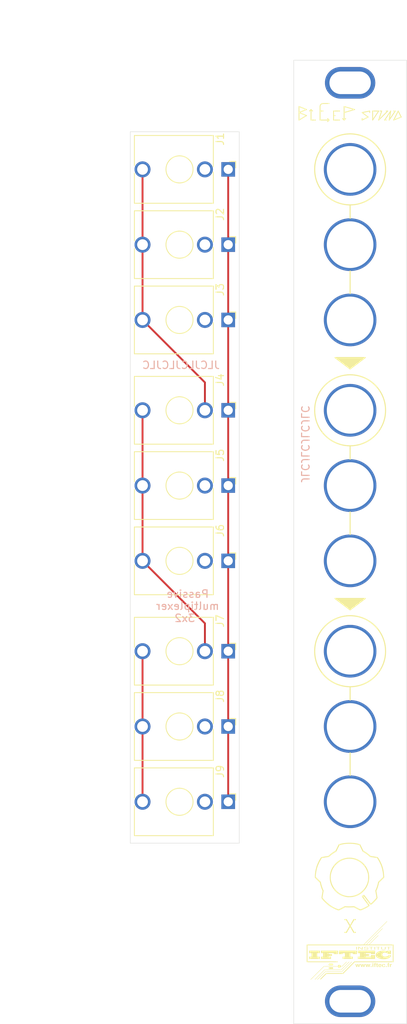
<source format=kicad_pcb>
(kicad_pcb (version 20211014) (generator pcbnew)
  (layers (0 "F.Cu" signal) (31 "B.Cu" signal) (34 "B.Paste" user) (35 "F.Paste" user) (36 "B.SilkS" user "B.Silkscreen") (37 "F.SilkS" user "F.Silkscreen") (38 "B.Mask" user) (39 "F.Mask" user) (44 "Edge.Cuts" user))
  (net 0 "")
  (net 2 "GND")
  (net 3 "Net-(J4-PadTN)")
  (net 6 "Net-(J4-PadT)")
  (net 9 "Net-(J7-PadT)")
  (footprint "Connector_Audio:Jack_3.5mm_QingPu_WQP-PJ398SM_Vertical_CircularHoles" (layer "F.Cu") (at 65.78 94 -90)
    (fp_text reference "J6" (at -4.03 1.08 90) (layer "F.SilkS"))
    (fp_text value "Out2")
    (pad "S" thru_hole rect locked (at 0 0 90) (size 1.93 1.83) (drill 1.22) (layers *.Cu *.Mask) (net 2 "GND"))
    (pad "T" thru_hole circle locked (at 0 11.4 90) (size 2.13 2.13) (drill 1.43) (layers *.Cu *.Mask) (net 6 "Net-(J4-PadT)"))
    (pad "TN" thru_hole circle locked (at 0 3.1 90) (size 2.13 2.13) (drill 1.42) (layers *.Cu *.Mask))
  )
  (footprint "Connector_Audio:Jack_3.5mm_QingPu_WQP-PJ398SM_Vertical_CircularHoles" (layer "F.Cu") (at 65.78 74 -90)
    (fp_text reference "J4" (at -4.03 1.08 90) (layer "F.SilkS"))
    (fp_text value "In2")
    (pad "S" thru_hole rect locked (at 0 0 90) (size 1.93 1.83) (drill 1.22) (layers *.Cu *.Mask) (net 2 "GND"))
    (pad "T" thru_hole circle locked (at 0 11.4 90) (size 2.13 2.13) (drill 1.43) (layers *.Cu *.Mask) (net 6 "Net-(J4-PadT)"))
    (pad "TN" thru_hole circle locked (at 0 3.1 90) (size 2.13 2.13) (drill 1.42) (layers *.Cu *.Mask) (net 3 "Net-(J4-PadTN)"))
  )
  (footprint "Connector_Audio:Jack_3.5mm_QingPu_WQP-PJ398SM_Vertical_CircularHoles" (layer "F.Cu") (at 65.78 126 -90)
    (fp_text reference "J9" (at -4.03 1.08 90) (layer "F.SilkS"))
    (fp_text value "Out3")
    (pad "S" thru_hole rect locked (at 0 0 90) (size 1.93 1.83) (drill 1.22) (layers *.Cu *.Mask) (net 2 "GND"))
    (pad "T" thru_hole circle locked (at 0 11.4 90) (size 2.13 2.13) (drill 1.43) (layers *.Cu *.Mask) (net 9 "Net-(J7-PadT)"))
    (pad "TN" thru_hole circle locked (at 0 3.1 90) (size 2.13 2.13) (drill 1.42) (layers *.Cu *.Mask))
  )
  (footprint "Connector_Audio:Jack_3.5mm_QingPu_WQP-PJ398SM_Vertical_CircularHoles" (layer "F.Cu") (at 65.78 84 -90)
    (fp_text reference "J5" (at -4.03 1.08 90) (layer "F.SilkS"))
    (fp_text value "Out2")
    (pad "S" thru_hole rect locked (at 0 0 90) (size 1.93 1.83) (drill 1.22) (layers *.Cu *.Mask) (net 2 "GND"))
    (pad "T" thru_hole circle locked (at 0 11.4 90) (size 2.13 2.13) (drill 1.43) (layers *.Cu *.Mask) (net 6 "Net-(J4-PadT)"))
    (pad "TN" thru_hole circle locked (at 0 3.1 90) (size 2.13 2.13) (drill 1.42) (layers *.Cu *.Mask))
  )
  (footprint "LOGO" (layer "F.Cu") (at 82 136)
    (fp_text reference "G***" hide)
    (fp_text value "LOGO" hide)
  )
  (footprint "Connector_Audio:Jack_3.5mm_QingPu_WQP-PJ398SM_Vertical_CircularHoles" (layer "F.Cu") (at 65.78 106 -90)
    (fp_text reference "J7" (at -4.03 1.08 90) (layer "F.SilkS"))
    (fp_text value "In3")
    (pad "S" thru_hole rect locked (at 0 0 90) (size 1.93 1.83) (drill 1.22) (layers *.Cu *.Mask) (net 2 "GND"))
    (pad "T" thru_hole circle locked (at 0 11.4 90) (size 2.13 2.13) (drill 1.43) (layers *.Cu *.Mask) (net 9 "Net-(J7-PadT)"))
    (pad "TN" thru_hole circle locked (at 0 3.1 90) (size 2.13 2.13) (drill 1.42) (layers *.Cu *.Mask) (net 6 "Net-(J4-PadT)"))
  )
  (footprint "Connector_Audio:Jack_3.5mm_QingPu_WQP-PJ398SM_Vertical_CircularHoles" (layer "F.Cu") (at 65.78 62 -90)
    (fp_text reference "J3" (at -4.03 1.08 90) (layer "F.SilkS"))
    (fp_text value "Out1")
    (pad "S" thru_hole rect locked (at 0 0 90) (size 1.93 1.83) (drill 1.22) (layers *.Cu *.Mask) (net 2 "GND"))
    (pad "T" thru_hole circle locked (at 0 11.4 90) (size 2.13 2.13) (drill 1.43) (layers *.Cu *.Mask) (net 3 "Net-(J4-PadTN)"))
    (pad "TN" thru_hole circle locked (at 0 3.1 90) (size 2.13 2.13) (drill 1.42) (layers *.Cu *.Mask))
  )
  (footprint "Synth:Doepfer Mounting hole" (layer "F.Cu") (at 82 30.5)
    (fp_text reference "H2" hide)
    (fp_text value "MountingHole")
    (pad "1" thru_hole oval locked (at 0 0) (size 6.7 4.2) (drill oval 5.5 3) (layers *.Cu *.Mask))
  )
  (footprint "LOGO" (layer "F.Cu") (at 82 145.75)
    (fp_text reference "G***" hide)
    (fp_text value "LOGO" hide)
  )
  (footprint "Connector_Audio:Jack_3.5mm_QingPu_WQP-PJ398SM_Vertical_CircularHoles" (layer "F.Cu") (at 65.78 42 -90)
    (fp_text reference "J1" (at -4.03 1.08 90) (layer "F.SilkS"))
    (fp_text value "In1")
    (pad "S" thru_hole rect locked (at 0 0 90) (size 1.93 1.83) (drill 1.22) (layers *.Cu *.Mask) (net 2 "GND"))
    (pad "T" thru_hole circle locked (at 0 11.4 90) (size 2.13 2.13) (drill 1.43) (layers *.Cu *.Mask) (net 3 "Net-(J4-PadTN)"))
    (pad "TN" thru_hole circle locked (at 0 3.1 90) (size 2.13 2.13) (drill 1.42) (layers *.Cu *.Mask))
  )
  (footprint "Connector_Audio:Jack_3.5mm_QingPu_WQP-PJ398SM_Vertical_CircularHoles" (layer "F.Cu") (at 65.78 116 -90)
    (fp_text reference "J8" (at -4.03 1.08 90) (layer "F.SilkS"))
    (fp_text value "Out3")
    (pad "S" thru_hole rect locked (at 0 0 90) (size 1.93 1.83) (drill 1.22) (layers *.Cu *.Mask) (net 2 "GND"))
    (pad "T" thru_hole circle locked (at 0 11.4 90) (size 2.13 2.13) (drill 1.43) (layers *.Cu *.Mask) (net 9 "Net-(J7-PadT)"))
    (pad "TN" thru_hole circle locked (at 0 3.1 90) (size 2.13 2.13) (drill 1.42) (layers *.Cu *.Mask))
  )
  (footprint "Connector_Audio:Jack_3.5mm_QingPu_WQP-PJ398SM_Vertical_CircularHoles" (layer "F.Cu") (at 65.78 52 -90)
    (fp_text reference "J2" (at -4.03 1.08 90) (layer "F.SilkS"))
    (fp_text value "Out1")
    (pad "S" thru_hole rect locked (at 0 0 90) (size 1.93 1.83) (drill 1.22) (layers *.Cu *.Mask) (net 2 "GND"))
    (pad "T" thru_hole circle locked (at 0 11.4 90) (size 2.13 2.13) (drill 1.43) (layers *.Cu *.Mask) (net 3 "Net-(J4-PadTN)"))
    (pad "TN" thru_hole circle locked (at 0 3.1 90) (size 2.13 2.13) (drill 1.42) (layers *.Cu *.Mask))
  )
  (footprint "Synth:Doepfer Mounting hole" (layer "F.Cu") (at 82 152.5)
    (fp_text reference "H1" hide)
    (fp_text value "MountingHole")
    (pad "1" thru_hole oval locked (at 0 0) (size 6.7 4.2) (drill oval 5.5 3) (layers *.Cu *.Mask))
  )
  (gr_circle (center 82 74) (end 84.5 78) (layer "F.SilkS") (width 0.15) (fill none))
  (gr_line (start 76.8 34.05) (end 76.8 35.45) (layer "F.SilkS") (width 0.12))
  (gr_line (start 76.8 34.05) (end 76.6 34.25) (layer "F.SilkS") (width 0.12))
  (gr_line (start 76.8 34.05) (end 77 34.25) (layer "F.SilkS") (width 0.12))
  (gr_line (start 75.2 35.45) (end 76.2 34.85) (layer "F.SilkS") (width 0.12))
  (gr_line (start 82 119.5) (end 82 122.5) (layer "F.SilkS") (width 0.15))
  (gr_line (start 79.2 35.45) (end 79 35.65) (layer "F.SilkS") (width 0.12))
  (gr_poly (pts (xy 82 68.5) (xy 80 67) (xy 84 67)) (layer "F.SilkS") (width 0.15) (fill solid))
  (gr_line (start 79.8 34.25) (end 79.8 35.45) (layer "F.SilkS") (width 0.12))
  (gr_line (start 86.2 34.25) (end 86 34.25) (layer "F.SilkS") (width 0.12))
  (gr_line (start 79.8 34.85) (end 80 34.85) (layer "F.SilkS") (width 0.12))
  (gr_line (start 87.4 34.25) (end 87.2 35.45) (layer "F.SilkS") (width 0.12))
  (gr_line (start 79.8 34.25) (end 80.6 34.25) (layer "F.SilkS") (width 0.12))
  (gr_line (start 81.5 143.35) (end 81.3 143.35) (layer "F.SilkS") (width 0.15))
  (gr_line (start 88.4 34.25) (end 88.8 35.05) (layer "F.SilkS") (width 0.12))
  (gr_line (start 81.2 33.65) (end 82.6 34.05) (layer "F.SilkS") (width 0.12))
  (gr_poly (pts (xy 82 100.5) (xy 80 99) (xy 84 99)) (layer "F.SilkS") (width 0.15) (fill solid))
  (gr_line (start 87.4 34.25) (end 86.6 35.45) (layer "F.SilkS") (width 0.12))
  (gr_line (start 82 87.5) (end 82 90.5) (layer "F.SilkS") (width 0.15))
  (gr_circle (center 82 106) (end 84.5 110) (layer "F.SilkS") (width 0.15) (fill none))
  (gr_line (start 82.7 143.35) (end 82.5 143.35) (layer "F.SilkS") (width 0.15))
  (gr_line (start 79.2 35.45) (end 79 35.25) (layer "F.SilkS") (width 0.12))
  (gr_line (start 88 34.25) (end 87.8 34.25) (layer "F.SilkS") (width 0.12))
  (gr_line (start 84.6 34.25) (end 83.6 34.45) (layer "F.SilkS") (width 0.12))
  (gr_arc (start 78 33.65) (mid 78.117157 33.367157) (end 78.4 33.25) (layer "F.SilkS") (width 0.12))
  (gr_line (start 82.6 34.05) (end 81.2 34.45) (layer "F.SilkS") (width 0.12))
  (gr_line (start 84.6 34.25) (end 84.6 34.45) (layer "F.SilkS") (width 0.12))
  (gr_line (start 81.2 35.45) (end 81.4 35.25) (layer "F.SilkS") (width 0.12))
  (gr_line (start 78 35.45) (end 79.2 35.45) (layer "F.SilkS") (width 0.12))
  (gr_line (start 82 78.71699) (end 82 80.5) (layer "F.SilkS") (width 0.15))
  (gr_line (start 88.4 34.25) (end 87.8 35.45) (layer "F.SilkS") (width 0.12))
  (gr_line (start 81.2 33.65) (end 81.2 35.45) (layer "F.SilkS") (width 0.12))
  (gr_line (start 84.4 35.05) (end 83.6 35.45) (layer "F.SilkS") (width 0.12))
  (gr_line (start 78 34.25) (end 78.4 34.25) (layer "F.SilkS") (width 0.12))
  (gr_line (start 85.8 34.25) (end 85 34.25) (layer "F.SilkS") (width 0.12))
  (gr_line (start 87.8 35.45) (end 88.8 35.05) (layer "F.SilkS") (width 0.12))
  (gr_line (start 81 35.25) (end 81.2 35.45) (layer "F.SilkS") (width 0.12))
  (gr_line (start 85 34.25) (end 85 35.45) (layer "F.SilkS") (width 0.12))
  (gr_line (start 82 55.5) (end 82 58.5) (layer "F.SilkS") (width 0.15))
  (gr_circle (center 82 42) (end 84.5 46) (layer "F.SilkS") (width 0.15) (fill none))
  (gr_line (start 87 34.25) (end 86.8 34.25) (layer "F.SilkS") (width 0.12))
  (gr_line (start 78 33.65) (end 78 35.45) (layer "F.SilkS") (width 0.12))
  (gr_line (start 82 110.71699) (end 82 112.5) (layer "F.SilkS") (width 0.15))
  (gr_line (start 75.2 34.45) (end 76.2 34.05) (layer "F.SilkS") (width 0.12))
  (gr_line (start 83.6 35.45) (end 83.6 35.25) (layer "F.SilkS") (width 0.12))
  (gr_line (start 85 35.45) (end 85.8 34.25) (layer "F.SilkS") (width 0.12))
  (gr_line (start 81.5 143.35) (end 82.5 141.65) (layer "F.SilkS") (width 0.15))
  (gr_line (start 85.8 35.45) (end 87 34.25) (layer "F.SilkS") (width 0.12))
  (gr_line (start 75.2 33.65) (end 75.2 35.45) (layer "F.SilkS") (width 0.12))
  (gr_line (start 76.8 35.45) (end 77.4 35.45) (layer "F.SilkS") (width 0.12))
  (gr_line (start 82.7 141.65) (end 82.5 141.65) (layer "F.SilkS") (width 0.15))
  (gr_line (start 86.6 35.45) (end 86.8 35.45) (layer "F.SilkS") (width 0.12))
  (gr_line (start 79.8 35.45) (end 80.6 35.45) (layer "F.SilkS") (width 0.12))
  (gr_line (start 81.5 141.65) (end 81.3 141.65) (layer "F.SilkS") (width 0.15))
  (gr_line (start 83.6 34.45) (end 84.4 35.05) (layer "F.SilkS") (width 0.12))
  (gr_line (start 86.2 34.25) (end 85.8 35.45) (layer "F.SilkS") (width 0.12))
  (gr_line (start 87.2 35.45) (end 88 34.25) (layer "F.SilkS") (width 0.12))
  (gr_line (start 82 46.71699) (end 82 48.5) (layer "F.SilkS") (width 0.15))
  (gr_line (start 81.2 35.45) (end 81.2 35.25) (layer "F.SilkS") (width 0.12))
  (gr_line (start 81.5 141.65) (end 82.5 143.35) (layer "F.SilkS") (width 0.15))
  (gr_line (start 78.4 33.25) (end 79.2 33.25) (layer "F.SilkS") (width 0.12))
  (gr_line (start 76.2 34.05) (end 75.2 33.65) (layer "F.SilkS") (width 0.12))
  (gr_line (start 76.2 34.85) (end 75.2 34.45) (layer "F.SilkS") (width 0.12))
  (gr_line (start 52.75 37) (end 67.25 37) (layer "Edge.Cuts") (width 0.05))
  (gr_line (start 89.5 155.5) (end 74.5 155.5) (layer "Edge.Cuts") (width 0.05))
  (gr_line (start 67.25 37) (end 67.25 131.5) (layer "Edge.Cuts") (width 0.05))
  (gr_line (start 74.5 27.5) (end 74.5 155.5) (layer "Edge.Cuts") (width 0.05))
  (gr_line (start 89.5 27.5) (end 89.5 155.5) (layer "Edge.Cuts") (width 0.05))
  (gr_line (start 74.5 27.5) (end 89.5 27.5) (layer "Edge.Cuts") (width 0.05))
  (gr_line (start 52.75 131.5) (end 67.25 131.5) (layer "Edge.Cuts") (width 0.05))
  (gr_line (start 52.75 37) (end 52.75 131.5) (layer "Edge.Cuts") (width 0.05))
  (gr_text "JLCJLCJLCJLC\n" (at 59.5 68) (layer "B.SilkS") (effects (font (size 1 1)) (justify mirror)))
  (gr_text "Passive \nmultiplexer \n3x2" (at 60 100) (layer "B.SilkS") (effects (font (size 1 1)) (justify mirror)))
  (gr_text "JLCJLCJLCJLC\n" (at 76 78.5 -90) (layer "B.SilkS") (effects (font (size 1 1)) (justify mirror)))
  (via (at 82 62) (size 7) (drill 6.2) (layers "F.Cu" "B.Cu") (net 0))
  (via (at 82 94) (size 7) (drill 6.2) (layers "F.Cu" "B.Cu") (net 0))
  (via (at 82 116) (size 7) (drill 6.2) (layers "F.Cu" "B.Cu") (net 0))
  (via (at 82 74) (size 7) (drill 6.2) (layers "F.Cu" "B.Cu") (net 0))
  (via (at 82 106) (size 7) (drill 6.2) (layers "F.Cu" "B.Cu") (net 0))
  (via (at 82 52) (size 7) (drill 6.2) (layers "F.Cu" "B.Cu") (net 0))
  (via (at 82 84) (size 7) (drill 6.2) (layers "F.Cu" "B.Cu") (net 0))
  (via (at 82 42) (size 7) (drill 6.2) (layers "F.Cu" "B.Cu") (net 0))
  (via (at 82 126) (size 7) (drill 6.2) (layers "F.Cu" "B.Cu") (net 0))
  (segment (start 65.78 42) (end 65.78 126) (width 0.25) (layer "F.Cu") (net 2))
  (segment (start 62.68 70.3) (end 54.38 62) (width 0.25) (layer "F.Cu") (net 3))
  (segment (start 62.68 74) (end 62.68 70.3) (width 0.25) (layer "F.Cu") (net 3))
  (segment (start 54.38 52) (end 54.38 62) (width 0.25) (layer "F.Cu") (net 3))
  (segment (start 54.38 42) (end 54.38 52) (width 0.25) (layer "F.Cu") (net 3))
  (segment (start 62.68 106) (end 62.68 102.3) (width 0.25) (layer "F.Cu") (net 6))
  (segment (start 62.68 102.3) (end 54.38 94) (width 0.25) (layer "F.Cu") (net 6))
  (segment (start 54.38 94) (end 54.38 74) (width 0.25) (layer "F.Cu") (net 6))
  (segment (start 54.38 126) (end 54.38 106) (width 0.25) (layer "F.Cu") (net 9))
)
</source>
